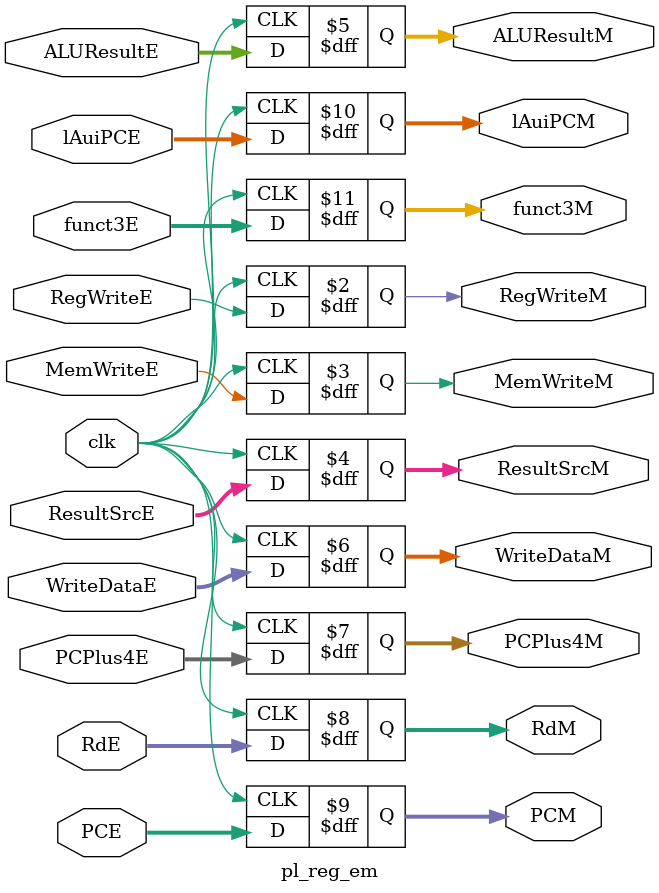
<source format=v>

module pl_reg_em (
    input             clk,
    input             RegWriteE, MemWriteE,
    input [1:0]       ResultSrcE,
    input [31:0]      ALUResultE, WriteDataE, PCPlus4E,
    input [4:0]       RdE,
	 input [31:0]      PCE, lAuiPCE,
	 input [2:0]       funct3E,
    output reg        RegWriteM, MemWriteM,
    output reg [1:0]  ResultSrcM,
    output reg [31:0] ALUResultM, WriteDataM, PCPlus4M,
    output reg [4:0]  RdM,
	 output reg [31:0] PCM, lAuiPCM,
	 output reg [2:0]  funct3M
);

always @(posedge clk) begin
	RegWriteM <= RegWriteE;
   MemWriteM <= MemWriteE;
   ResultSrcM <= ResultSrcE;
   ALUResultM <= ALUResultE;
   WriteDataM <= WriteDataE;
   PCPlus4M <= PCPlus4E;
   RdM <= RdE;
	PCM <= PCE;
	lAuiPCM <= lAuiPCE;
	funct3M <= funct3E;
end

endmodule
</source>
